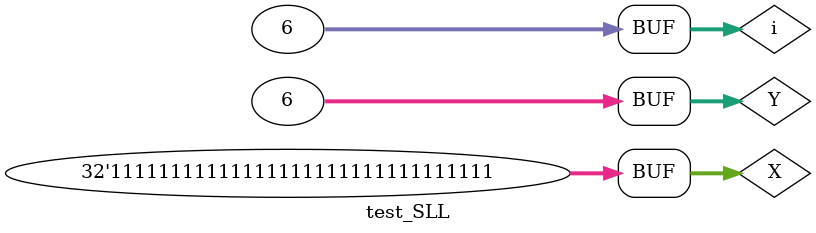
<source format=v>
`timescale 1ns / 1ps


module test_SLL;
// Inputs
	reg [31:0] X;
	reg [31:0] Y;

	// Outputs
	wire [31:0] Z;

	// Instantiate the Unit Under Test (UUT)
	SRL uut (
		.X(X), 
		.Y(Y), 
		.Z(Z)
	);
	
	integer i = 0;

	initial begin
		// Initialize Inputs
		X = 32'b11111111111111111111111111111111;
		Y = 0;

		// Wait 100 ns for global reset to finish
		#100;
        
		// Add stimulus here
		for (i= 0; i < 6; i = i+1) begin
			#10;
			Y = 0;
			Y[i] = 1;
			
		end
		#10;
		Y=0;
		Y='d6;
		#10;
		
	end
      
endmodule

</source>
